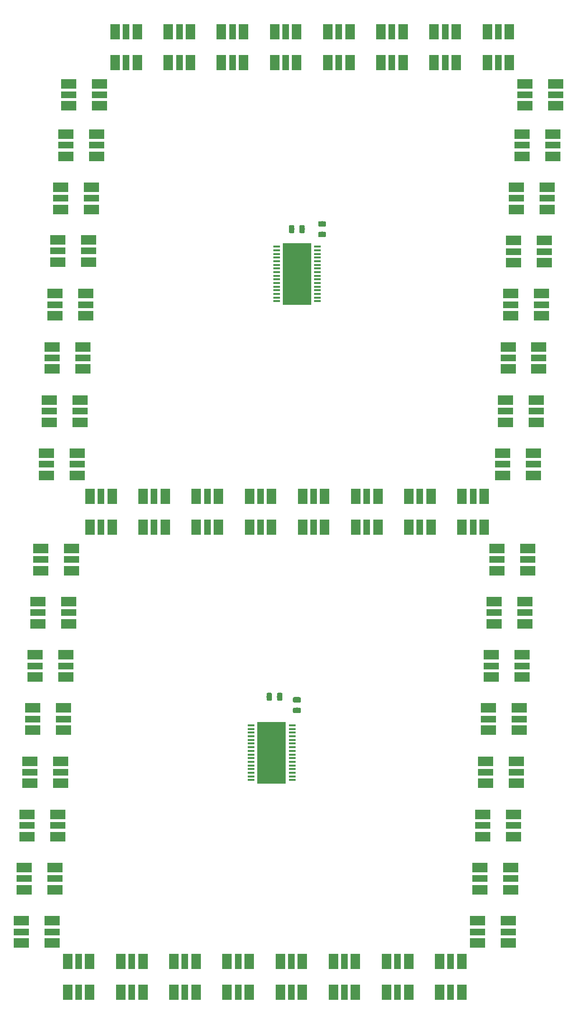
<source format=gbr>
G04 #@! TF.GenerationSoftware,KiCad,Pcbnew,(5.1.2)-1*
G04 #@! TF.CreationDate,2019-09-02T13:58:39+02:00*
G04 #@! TF.ProjectId,gross-kursiv2b,67726f73-732d-46b7-9572-73697632622e,rev?*
G04 #@! TF.SameCoordinates,Original*
G04 #@! TF.FileFunction,Copper,L1,Top*
G04 #@! TF.FilePolarity,Positive*
%FSLAX46Y46*%
G04 Gerber Fmt 4.6, Leading zero omitted, Abs format (unit mm)*
G04 Created by KiCad (PCBNEW (5.1.2)-1) date 2019-09-02 13:58:39*
%MOMM*%
%LPD*%
G04 APERTURE LIST*
%ADD10C,0.100000*%
%ADD11C,0.975000*%
%ADD12R,1.200000X0.400000*%
%ADD13R,5.200000X11.000000*%
%ADD14C,0.600000*%
%ADD15R,1.700000X2.700000*%
%ADD16R,1.300000X2.700000*%
%ADD17R,2.700000X1.700000*%
%ADD18R,2.700000X1.300000*%
G04 APERTURE END LIST*
D10*
G36*
X90980142Y-54951174D02*
G01*
X91003803Y-54954684D01*
X91027007Y-54960496D01*
X91049529Y-54968554D01*
X91071153Y-54978782D01*
X91091670Y-54991079D01*
X91110883Y-55005329D01*
X91128607Y-55021393D01*
X91144671Y-55039117D01*
X91158921Y-55058330D01*
X91171218Y-55078847D01*
X91181446Y-55100471D01*
X91189504Y-55122993D01*
X91195316Y-55146197D01*
X91198826Y-55169858D01*
X91200000Y-55193750D01*
X91200000Y-55681250D01*
X91198826Y-55705142D01*
X91195316Y-55728803D01*
X91189504Y-55752007D01*
X91181446Y-55774529D01*
X91171218Y-55796153D01*
X91158921Y-55816670D01*
X91144671Y-55835883D01*
X91128607Y-55853607D01*
X91110883Y-55869671D01*
X91091670Y-55883921D01*
X91071153Y-55896218D01*
X91049529Y-55906446D01*
X91027007Y-55914504D01*
X91003803Y-55920316D01*
X90980142Y-55923826D01*
X90956250Y-55925000D01*
X90043750Y-55925000D01*
X90019858Y-55923826D01*
X89996197Y-55920316D01*
X89972993Y-55914504D01*
X89950471Y-55906446D01*
X89928847Y-55896218D01*
X89908330Y-55883921D01*
X89889117Y-55869671D01*
X89871393Y-55853607D01*
X89855329Y-55835883D01*
X89841079Y-55816670D01*
X89828782Y-55796153D01*
X89818554Y-55774529D01*
X89810496Y-55752007D01*
X89804684Y-55728803D01*
X89801174Y-55705142D01*
X89800000Y-55681250D01*
X89800000Y-55193750D01*
X89801174Y-55169858D01*
X89804684Y-55146197D01*
X89810496Y-55122993D01*
X89818554Y-55100471D01*
X89828782Y-55078847D01*
X89841079Y-55058330D01*
X89855329Y-55039117D01*
X89871393Y-55021393D01*
X89889117Y-55005329D01*
X89908330Y-54991079D01*
X89928847Y-54978782D01*
X89950471Y-54968554D01*
X89972993Y-54960496D01*
X89996197Y-54954684D01*
X90019858Y-54951174D01*
X90043750Y-54950000D01*
X90956250Y-54950000D01*
X90980142Y-54951174D01*
X90980142Y-54951174D01*
G37*
D11*
X90500000Y-55437500D03*
D10*
G36*
X90980142Y-53076174D02*
G01*
X91003803Y-53079684D01*
X91027007Y-53085496D01*
X91049529Y-53093554D01*
X91071153Y-53103782D01*
X91091670Y-53116079D01*
X91110883Y-53130329D01*
X91128607Y-53146393D01*
X91144671Y-53164117D01*
X91158921Y-53183330D01*
X91171218Y-53203847D01*
X91181446Y-53225471D01*
X91189504Y-53247993D01*
X91195316Y-53271197D01*
X91198826Y-53294858D01*
X91200000Y-53318750D01*
X91200000Y-53806250D01*
X91198826Y-53830142D01*
X91195316Y-53853803D01*
X91189504Y-53877007D01*
X91181446Y-53899529D01*
X91171218Y-53921153D01*
X91158921Y-53941670D01*
X91144671Y-53960883D01*
X91128607Y-53978607D01*
X91110883Y-53994671D01*
X91091670Y-54008921D01*
X91071153Y-54021218D01*
X91049529Y-54031446D01*
X91027007Y-54039504D01*
X91003803Y-54045316D01*
X90980142Y-54048826D01*
X90956250Y-54050000D01*
X90043750Y-54050000D01*
X90019858Y-54048826D01*
X89996197Y-54045316D01*
X89972993Y-54039504D01*
X89950471Y-54031446D01*
X89928847Y-54021218D01*
X89908330Y-54008921D01*
X89889117Y-53994671D01*
X89871393Y-53978607D01*
X89855329Y-53960883D01*
X89841079Y-53941670D01*
X89828782Y-53921153D01*
X89818554Y-53899529D01*
X89810496Y-53877007D01*
X89804684Y-53853803D01*
X89801174Y-53830142D01*
X89800000Y-53806250D01*
X89800000Y-53318750D01*
X89801174Y-53294858D01*
X89804684Y-53271197D01*
X89810496Y-53247993D01*
X89818554Y-53225471D01*
X89828782Y-53203847D01*
X89841079Y-53183330D01*
X89855329Y-53164117D01*
X89871393Y-53146393D01*
X89889117Y-53130329D01*
X89908330Y-53116079D01*
X89928847Y-53103782D01*
X89950471Y-53093554D01*
X89972993Y-53085496D01*
X89996197Y-53079684D01*
X90019858Y-53076174D01*
X90043750Y-53075000D01*
X90956250Y-53075000D01*
X90980142Y-53076174D01*
X90980142Y-53076174D01*
G37*
D11*
X90500000Y-53562500D03*
D10*
G36*
X86480142Y-138076174D02*
G01*
X86503803Y-138079684D01*
X86527007Y-138085496D01*
X86549529Y-138093554D01*
X86571153Y-138103782D01*
X86591670Y-138116079D01*
X86610883Y-138130329D01*
X86628607Y-138146393D01*
X86644671Y-138164117D01*
X86658921Y-138183330D01*
X86671218Y-138203847D01*
X86681446Y-138225471D01*
X86689504Y-138247993D01*
X86695316Y-138271197D01*
X86698826Y-138294858D01*
X86700000Y-138318750D01*
X86700000Y-138806250D01*
X86698826Y-138830142D01*
X86695316Y-138853803D01*
X86689504Y-138877007D01*
X86681446Y-138899529D01*
X86671218Y-138921153D01*
X86658921Y-138941670D01*
X86644671Y-138960883D01*
X86628607Y-138978607D01*
X86610883Y-138994671D01*
X86591670Y-139008921D01*
X86571153Y-139021218D01*
X86549529Y-139031446D01*
X86527007Y-139039504D01*
X86503803Y-139045316D01*
X86480142Y-139048826D01*
X86456250Y-139050000D01*
X85543750Y-139050000D01*
X85519858Y-139048826D01*
X85496197Y-139045316D01*
X85472993Y-139039504D01*
X85450471Y-139031446D01*
X85428847Y-139021218D01*
X85408330Y-139008921D01*
X85389117Y-138994671D01*
X85371393Y-138978607D01*
X85355329Y-138960883D01*
X85341079Y-138941670D01*
X85328782Y-138921153D01*
X85318554Y-138899529D01*
X85310496Y-138877007D01*
X85304684Y-138853803D01*
X85301174Y-138830142D01*
X85300000Y-138806250D01*
X85300000Y-138318750D01*
X85301174Y-138294858D01*
X85304684Y-138271197D01*
X85310496Y-138247993D01*
X85318554Y-138225471D01*
X85328782Y-138203847D01*
X85341079Y-138183330D01*
X85355329Y-138164117D01*
X85371393Y-138146393D01*
X85389117Y-138130329D01*
X85408330Y-138116079D01*
X85428847Y-138103782D01*
X85450471Y-138093554D01*
X85472993Y-138085496D01*
X85496197Y-138079684D01*
X85519858Y-138076174D01*
X85543750Y-138075000D01*
X86456250Y-138075000D01*
X86480142Y-138076174D01*
X86480142Y-138076174D01*
G37*
D11*
X86000000Y-138562500D03*
D10*
G36*
X86480142Y-139951174D02*
G01*
X86503803Y-139954684D01*
X86527007Y-139960496D01*
X86549529Y-139968554D01*
X86571153Y-139978782D01*
X86591670Y-139991079D01*
X86610883Y-140005329D01*
X86628607Y-140021393D01*
X86644671Y-140039117D01*
X86658921Y-140058330D01*
X86671218Y-140078847D01*
X86681446Y-140100471D01*
X86689504Y-140122993D01*
X86695316Y-140146197D01*
X86698826Y-140169858D01*
X86700000Y-140193750D01*
X86700000Y-140681250D01*
X86698826Y-140705142D01*
X86695316Y-140728803D01*
X86689504Y-140752007D01*
X86681446Y-140774529D01*
X86671218Y-140796153D01*
X86658921Y-140816670D01*
X86644671Y-140835883D01*
X86628607Y-140853607D01*
X86610883Y-140869671D01*
X86591670Y-140883921D01*
X86571153Y-140896218D01*
X86549529Y-140906446D01*
X86527007Y-140914504D01*
X86503803Y-140920316D01*
X86480142Y-140923826D01*
X86456250Y-140925000D01*
X85543750Y-140925000D01*
X85519858Y-140923826D01*
X85496197Y-140920316D01*
X85472993Y-140914504D01*
X85450471Y-140906446D01*
X85428847Y-140896218D01*
X85408330Y-140883921D01*
X85389117Y-140869671D01*
X85371393Y-140853607D01*
X85355329Y-140835883D01*
X85341079Y-140816670D01*
X85328782Y-140796153D01*
X85318554Y-140774529D01*
X85310496Y-140752007D01*
X85304684Y-140728803D01*
X85301174Y-140705142D01*
X85300000Y-140681250D01*
X85300000Y-140193750D01*
X85301174Y-140169858D01*
X85304684Y-140146197D01*
X85310496Y-140122993D01*
X85318554Y-140100471D01*
X85328782Y-140078847D01*
X85341079Y-140058330D01*
X85355329Y-140039117D01*
X85371393Y-140021393D01*
X85389117Y-140005329D01*
X85408330Y-139991079D01*
X85428847Y-139978782D01*
X85450471Y-139968554D01*
X85472993Y-139960496D01*
X85496197Y-139954684D01*
X85519858Y-139951174D01*
X85543750Y-139950000D01*
X86456250Y-139950000D01*
X86480142Y-139951174D01*
X86480142Y-139951174D01*
G37*
D11*
X86000000Y-140437500D03*
D12*
X82350000Y-57625000D03*
X82350000Y-58275000D03*
X82350000Y-58925000D03*
X82350000Y-59575000D03*
X82350000Y-60225000D03*
X82350000Y-60875000D03*
X82350000Y-61525000D03*
X82350000Y-62175000D03*
X82350000Y-62825000D03*
X82350000Y-63475000D03*
X82350000Y-64125000D03*
X82350000Y-64775000D03*
X82350000Y-65425000D03*
X82350000Y-66075000D03*
X82350000Y-66725000D03*
X82350000Y-67375000D03*
X89650000Y-67375000D03*
X89650000Y-66725000D03*
X89650000Y-66075000D03*
X89650000Y-65425000D03*
X89650000Y-64775000D03*
X89650000Y-64125000D03*
X89650000Y-63475000D03*
X89650000Y-62825000D03*
X89650000Y-62175000D03*
X89650000Y-61525000D03*
X89650000Y-60875000D03*
X89650000Y-60225000D03*
X89650000Y-59575000D03*
X89650000Y-58925000D03*
X89650000Y-58275000D03*
X89650000Y-57625000D03*
D13*
X86000000Y-62500000D03*
D14*
X83750000Y-57300000D03*
X85250000Y-57300000D03*
X86750000Y-57300000D03*
X88250000Y-57300000D03*
X83750000Y-58600000D03*
X85250000Y-58600000D03*
X86750000Y-58600000D03*
X88250000Y-58600000D03*
X88250000Y-59900000D03*
X83750000Y-61200000D03*
X88250000Y-61200000D03*
X85250000Y-61200000D03*
X83750000Y-59900000D03*
X85250000Y-59900000D03*
X86750000Y-59900000D03*
X86750000Y-61200000D03*
X88250000Y-62500000D03*
X83750000Y-63800000D03*
X88250000Y-63800000D03*
X85250000Y-63800000D03*
X83750000Y-62500000D03*
X85250000Y-62500000D03*
X86750000Y-62500000D03*
X86750000Y-63800000D03*
X88250000Y-65100000D03*
X83750000Y-66400000D03*
X88250000Y-66400000D03*
X85250000Y-66400000D03*
X83750000Y-65100000D03*
X85250000Y-65100000D03*
X86750000Y-65100000D03*
X86750000Y-66400000D03*
X85250000Y-67700000D03*
X83750000Y-67700000D03*
X88250000Y-67700000D03*
X86750000Y-67700000D03*
X82250000Y-153200000D03*
X83750000Y-153200000D03*
X79250000Y-153200000D03*
X80750000Y-153200000D03*
X82250000Y-151900000D03*
X82250000Y-150600000D03*
X80750000Y-150600000D03*
X79250000Y-150600000D03*
X80750000Y-151900000D03*
X83750000Y-151900000D03*
X79250000Y-151900000D03*
X83750000Y-150600000D03*
X82250000Y-149300000D03*
X82250000Y-148000000D03*
X80750000Y-148000000D03*
X79250000Y-148000000D03*
X80750000Y-149300000D03*
X83750000Y-149300000D03*
X79250000Y-149300000D03*
X83750000Y-148000000D03*
X82250000Y-146700000D03*
X82250000Y-145400000D03*
X80750000Y-145400000D03*
X79250000Y-145400000D03*
X80750000Y-146700000D03*
X83750000Y-146700000D03*
X79250000Y-146700000D03*
X83750000Y-145400000D03*
X83750000Y-144100000D03*
X82250000Y-144100000D03*
X80750000Y-144100000D03*
X79250000Y-144100000D03*
X83750000Y-142800000D03*
X82250000Y-142800000D03*
X80750000Y-142800000D03*
X79250000Y-142800000D03*
D13*
X81500000Y-148000000D03*
D12*
X85150000Y-143125000D03*
X85150000Y-143775000D03*
X85150000Y-144425000D03*
X85150000Y-145075000D03*
X85150000Y-145725000D03*
X85150000Y-146375000D03*
X85150000Y-147025000D03*
X85150000Y-147675000D03*
X85150000Y-148325000D03*
X85150000Y-148975000D03*
X85150000Y-149625000D03*
X85150000Y-150275000D03*
X85150000Y-150925000D03*
X85150000Y-151575000D03*
X85150000Y-152225000D03*
X85150000Y-152875000D03*
X77850000Y-152875000D03*
X77850000Y-152225000D03*
X77850000Y-151575000D03*
X77850000Y-150925000D03*
X77850000Y-150275000D03*
X77850000Y-149625000D03*
X77850000Y-148975000D03*
X77850000Y-148325000D03*
X77850000Y-147675000D03*
X77850000Y-147025000D03*
X77850000Y-146375000D03*
X77850000Y-145725000D03*
X77850000Y-145075000D03*
X77850000Y-144425000D03*
X77850000Y-143775000D03*
X77850000Y-143125000D03*
D10*
G36*
X81330142Y-137301174D02*
G01*
X81353803Y-137304684D01*
X81377007Y-137310496D01*
X81399529Y-137318554D01*
X81421153Y-137328782D01*
X81441670Y-137341079D01*
X81460883Y-137355329D01*
X81478607Y-137371393D01*
X81494671Y-137389117D01*
X81508921Y-137408330D01*
X81521218Y-137428847D01*
X81531446Y-137450471D01*
X81539504Y-137472993D01*
X81545316Y-137496197D01*
X81548826Y-137519858D01*
X81550000Y-137543750D01*
X81550000Y-138456250D01*
X81548826Y-138480142D01*
X81545316Y-138503803D01*
X81539504Y-138527007D01*
X81531446Y-138549529D01*
X81521218Y-138571153D01*
X81508921Y-138591670D01*
X81494671Y-138610883D01*
X81478607Y-138628607D01*
X81460883Y-138644671D01*
X81441670Y-138658921D01*
X81421153Y-138671218D01*
X81399529Y-138681446D01*
X81377007Y-138689504D01*
X81353803Y-138695316D01*
X81330142Y-138698826D01*
X81306250Y-138700000D01*
X80818750Y-138700000D01*
X80794858Y-138698826D01*
X80771197Y-138695316D01*
X80747993Y-138689504D01*
X80725471Y-138681446D01*
X80703847Y-138671218D01*
X80683330Y-138658921D01*
X80664117Y-138644671D01*
X80646393Y-138628607D01*
X80630329Y-138610883D01*
X80616079Y-138591670D01*
X80603782Y-138571153D01*
X80593554Y-138549529D01*
X80585496Y-138527007D01*
X80579684Y-138503803D01*
X80576174Y-138480142D01*
X80575000Y-138456250D01*
X80575000Y-137543750D01*
X80576174Y-137519858D01*
X80579684Y-137496197D01*
X80585496Y-137472993D01*
X80593554Y-137450471D01*
X80603782Y-137428847D01*
X80616079Y-137408330D01*
X80630329Y-137389117D01*
X80646393Y-137371393D01*
X80664117Y-137355329D01*
X80683330Y-137341079D01*
X80703847Y-137328782D01*
X80725471Y-137318554D01*
X80747993Y-137310496D01*
X80771197Y-137304684D01*
X80794858Y-137301174D01*
X80818750Y-137300000D01*
X81306250Y-137300000D01*
X81330142Y-137301174D01*
X81330142Y-137301174D01*
G37*
D11*
X81062500Y-138000000D03*
D10*
G36*
X83205142Y-137301174D02*
G01*
X83228803Y-137304684D01*
X83252007Y-137310496D01*
X83274529Y-137318554D01*
X83296153Y-137328782D01*
X83316670Y-137341079D01*
X83335883Y-137355329D01*
X83353607Y-137371393D01*
X83369671Y-137389117D01*
X83383921Y-137408330D01*
X83396218Y-137428847D01*
X83406446Y-137450471D01*
X83414504Y-137472993D01*
X83420316Y-137496197D01*
X83423826Y-137519858D01*
X83425000Y-137543750D01*
X83425000Y-138456250D01*
X83423826Y-138480142D01*
X83420316Y-138503803D01*
X83414504Y-138527007D01*
X83406446Y-138549529D01*
X83396218Y-138571153D01*
X83383921Y-138591670D01*
X83369671Y-138610883D01*
X83353607Y-138628607D01*
X83335883Y-138644671D01*
X83316670Y-138658921D01*
X83296153Y-138671218D01*
X83274529Y-138681446D01*
X83252007Y-138689504D01*
X83228803Y-138695316D01*
X83205142Y-138698826D01*
X83181250Y-138700000D01*
X82693750Y-138700000D01*
X82669858Y-138698826D01*
X82646197Y-138695316D01*
X82622993Y-138689504D01*
X82600471Y-138681446D01*
X82578847Y-138671218D01*
X82558330Y-138658921D01*
X82539117Y-138644671D01*
X82521393Y-138628607D01*
X82505329Y-138610883D01*
X82491079Y-138591670D01*
X82478782Y-138571153D01*
X82468554Y-138549529D01*
X82460496Y-138527007D01*
X82454684Y-138503803D01*
X82451174Y-138480142D01*
X82450000Y-138456250D01*
X82450000Y-137543750D01*
X82451174Y-137519858D01*
X82454684Y-137496197D01*
X82460496Y-137472993D01*
X82468554Y-137450471D01*
X82478782Y-137428847D01*
X82491079Y-137408330D01*
X82505329Y-137389117D01*
X82521393Y-137371393D01*
X82539117Y-137355329D01*
X82558330Y-137341079D01*
X82578847Y-137328782D01*
X82600471Y-137318554D01*
X82622993Y-137310496D01*
X82646197Y-137304684D01*
X82669858Y-137301174D01*
X82693750Y-137300000D01*
X83181250Y-137300000D01*
X83205142Y-137301174D01*
X83205142Y-137301174D01*
G37*
D11*
X82937500Y-138000000D03*
D10*
G36*
X87205142Y-53801174D02*
G01*
X87228803Y-53804684D01*
X87252007Y-53810496D01*
X87274529Y-53818554D01*
X87296153Y-53828782D01*
X87316670Y-53841079D01*
X87335883Y-53855329D01*
X87353607Y-53871393D01*
X87369671Y-53889117D01*
X87383921Y-53908330D01*
X87396218Y-53928847D01*
X87406446Y-53950471D01*
X87414504Y-53972993D01*
X87420316Y-53996197D01*
X87423826Y-54019858D01*
X87425000Y-54043750D01*
X87425000Y-54956250D01*
X87423826Y-54980142D01*
X87420316Y-55003803D01*
X87414504Y-55027007D01*
X87406446Y-55049529D01*
X87396218Y-55071153D01*
X87383921Y-55091670D01*
X87369671Y-55110883D01*
X87353607Y-55128607D01*
X87335883Y-55144671D01*
X87316670Y-55158921D01*
X87296153Y-55171218D01*
X87274529Y-55181446D01*
X87252007Y-55189504D01*
X87228803Y-55195316D01*
X87205142Y-55198826D01*
X87181250Y-55200000D01*
X86693750Y-55200000D01*
X86669858Y-55198826D01*
X86646197Y-55195316D01*
X86622993Y-55189504D01*
X86600471Y-55181446D01*
X86578847Y-55171218D01*
X86558330Y-55158921D01*
X86539117Y-55144671D01*
X86521393Y-55128607D01*
X86505329Y-55110883D01*
X86491079Y-55091670D01*
X86478782Y-55071153D01*
X86468554Y-55049529D01*
X86460496Y-55027007D01*
X86454684Y-55003803D01*
X86451174Y-54980142D01*
X86450000Y-54956250D01*
X86450000Y-54043750D01*
X86451174Y-54019858D01*
X86454684Y-53996197D01*
X86460496Y-53972993D01*
X86468554Y-53950471D01*
X86478782Y-53928847D01*
X86491079Y-53908330D01*
X86505329Y-53889117D01*
X86521393Y-53871393D01*
X86539117Y-53855329D01*
X86558330Y-53841079D01*
X86578847Y-53828782D01*
X86600471Y-53818554D01*
X86622993Y-53810496D01*
X86646197Y-53804684D01*
X86669858Y-53801174D01*
X86693750Y-53800000D01*
X87181250Y-53800000D01*
X87205142Y-53801174D01*
X87205142Y-53801174D01*
G37*
D11*
X86937500Y-54500000D03*
D10*
G36*
X85330142Y-53801174D02*
G01*
X85353803Y-53804684D01*
X85377007Y-53810496D01*
X85399529Y-53818554D01*
X85421153Y-53828782D01*
X85441670Y-53841079D01*
X85460883Y-53855329D01*
X85478607Y-53871393D01*
X85494671Y-53889117D01*
X85508921Y-53908330D01*
X85521218Y-53928847D01*
X85531446Y-53950471D01*
X85539504Y-53972993D01*
X85545316Y-53996197D01*
X85548826Y-54019858D01*
X85550000Y-54043750D01*
X85550000Y-54956250D01*
X85548826Y-54980142D01*
X85545316Y-55003803D01*
X85539504Y-55027007D01*
X85531446Y-55049529D01*
X85521218Y-55071153D01*
X85508921Y-55091670D01*
X85494671Y-55110883D01*
X85478607Y-55128607D01*
X85460883Y-55144671D01*
X85441670Y-55158921D01*
X85421153Y-55171218D01*
X85399529Y-55181446D01*
X85377007Y-55189504D01*
X85353803Y-55195316D01*
X85330142Y-55198826D01*
X85306250Y-55200000D01*
X84818750Y-55200000D01*
X84794858Y-55198826D01*
X84771197Y-55195316D01*
X84747993Y-55189504D01*
X84725471Y-55181446D01*
X84703847Y-55171218D01*
X84683330Y-55158921D01*
X84664117Y-55144671D01*
X84646393Y-55128607D01*
X84630329Y-55110883D01*
X84616079Y-55091670D01*
X84603782Y-55071153D01*
X84593554Y-55049529D01*
X84585496Y-55027007D01*
X84579684Y-55003803D01*
X84576174Y-54980142D01*
X84575000Y-54956250D01*
X84575000Y-54043750D01*
X84576174Y-54019858D01*
X84579684Y-53996197D01*
X84585496Y-53972993D01*
X84593554Y-53950471D01*
X84603782Y-53928847D01*
X84616079Y-53908330D01*
X84630329Y-53889117D01*
X84646393Y-53871393D01*
X84664117Y-53855329D01*
X84683330Y-53841079D01*
X84703847Y-53828782D01*
X84725471Y-53818554D01*
X84747993Y-53810496D01*
X84771197Y-53804684D01*
X84794858Y-53801174D01*
X84818750Y-53800000D01*
X85306250Y-53800000D01*
X85330142Y-53801174D01*
X85330142Y-53801174D01*
G37*
D11*
X85062500Y-54500000D03*
D15*
X85975000Y-19250000D03*
D16*
X84000000Y-19250000D03*
D15*
X82025000Y-19250000D03*
X82025000Y-24750000D03*
D16*
X84000000Y-24750000D03*
D15*
X85975000Y-24750000D03*
X72525000Y-24750000D03*
D16*
X74500000Y-24750000D03*
D15*
X76475000Y-24750000D03*
X76475000Y-19250000D03*
D16*
X74500000Y-19250000D03*
D15*
X72525000Y-19250000D03*
X66975000Y-19250000D03*
D16*
X65000000Y-19250000D03*
D15*
X63025000Y-19250000D03*
X63025000Y-24750000D03*
D16*
X65000000Y-24750000D03*
D15*
X66975000Y-24750000D03*
X53525000Y-24750000D03*
D16*
X55500000Y-24750000D03*
D15*
X57475000Y-24750000D03*
X57475000Y-19250000D03*
D16*
X55500000Y-19250000D03*
D15*
X53525000Y-19250000D03*
D17*
X44250000Y-143975000D03*
D18*
X44250000Y-142000000D03*
D17*
X44250000Y-140025000D03*
X38750000Y-140025000D03*
D18*
X38750000Y-142000000D03*
D17*
X38750000Y-143975000D03*
X39250000Y-130525000D03*
D18*
X39250000Y-132500000D03*
D17*
X39250000Y-134475000D03*
X44750000Y-134475000D03*
D18*
X44750000Y-132500000D03*
D17*
X44750000Y-130525000D03*
X45250000Y-124975000D03*
D18*
X45250000Y-123000000D03*
D17*
X45250000Y-121025000D03*
X39750000Y-121025000D03*
D18*
X39750000Y-123000000D03*
D17*
X39750000Y-124975000D03*
X40250000Y-111525000D03*
D18*
X40250000Y-113500000D03*
D17*
X40250000Y-115475000D03*
X45750000Y-115475000D03*
D18*
X45750000Y-113500000D03*
D17*
X45750000Y-111525000D03*
X48750000Y-60375000D03*
D18*
X48750000Y-58400000D03*
D17*
X48750000Y-56425000D03*
X43250000Y-56425000D03*
D18*
X43250000Y-58400000D03*
D17*
X43250000Y-60375000D03*
X43750000Y-47025000D03*
D18*
X43750000Y-49000000D03*
D17*
X43750000Y-50975000D03*
X49250000Y-50975000D03*
D18*
X49250000Y-49000000D03*
D17*
X49250000Y-47025000D03*
X50250000Y-41475000D03*
D18*
X50250000Y-39500000D03*
D17*
X50250000Y-37525000D03*
X44750000Y-37525000D03*
D18*
X44750000Y-39500000D03*
D17*
X44750000Y-41475000D03*
X45250000Y-28525000D03*
D18*
X45250000Y-30500000D03*
D17*
X45250000Y-32475000D03*
X50750000Y-32475000D03*
D18*
X50750000Y-30500000D03*
D17*
X50750000Y-28525000D03*
X38250000Y-149525000D03*
D18*
X38250000Y-151500000D03*
D17*
X38250000Y-153475000D03*
X43750000Y-153475000D03*
D18*
X43750000Y-151500000D03*
D17*
X43750000Y-149525000D03*
X43250000Y-162975000D03*
D18*
X43250000Y-161000000D03*
D17*
X43250000Y-159025000D03*
X37750000Y-159025000D03*
D18*
X37750000Y-161000000D03*
D17*
X37750000Y-162975000D03*
X37250000Y-168525000D03*
D18*
X37250000Y-170500000D03*
D17*
X37250000Y-172475000D03*
X42750000Y-172475000D03*
D18*
X42750000Y-170500000D03*
D17*
X42750000Y-168525000D03*
X42250000Y-181975000D03*
D18*
X42250000Y-180000000D03*
D17*
X42250000Y-178025000D03*
X36750000Y-178025000D03*
D18*
X36750000Y-180000000D03*
D17*
X36750000Y-181975000D03*
X48250000Y-69975000D03*
D18*
X48250000Y-68000000D03*
D17*
X48250000Y-66025000D03*
X42750000Y-66025000D03*
D18*
X42750000Y-68000000D03*
D17*
X42750000Y-69975000D03*
X42250000Y-75525000D03*
D18*
X42250000Y-77500000D03*
D17*
X42250000Y-79475000D03*
X47750000Y-79475000D03*
D18*
X47750000Y-77500000D03*
D17*
X47750000Y-75525000D03*
X47250000Y-88975000D03*
D18*
X47250000Y-87000000D03*
D17*
X47250000Y-85025000D03*
X41750000Y-85025000D03*
D18*
X41750000Y-87000000D03*
D17*
X41750000Y-88975000D03*
X41250000Y-94525000D03*
D18*
X41250000Y-96500000D03*
D17*
X41250000Y-98475000D03*
X46750000Y-98475000D03*
D18*
X46750000Y-96500000D03*
D17*
X46750000Y-94525000D03*
D15*
X77475000Y-185250000D03*
D16*
X75500000Y-185250000D03*
D15*
X73525000Y-185250000D03*
X73525000Y-190750000D03*
D16*
X75500000Y-190750000D03*
D15*
X77475000Y-190750000D03*
X64025000Y-190750000D03*
D16*
X66000000Y-190750000D03*
D15*
X67975000Y-190750000D03*
X67975000Y-185250000D03*
D16*
X66000000Y-185250000D03*
D15*
X64025000Y-185250000D03*
X58475000Y-185250000D03*
D16*
X56500000Y-185250000D03*
D15*
X54525000Y-185250000D03*
X54525000Y-190750000D03*
D16*
X56500000Y-190750000D03*
D15*
X58475000Y-190750000D03*
X45025000Y-190750000D03*
D16*
X47000000Y-190750000D03*
D15*
X48975000Y-190750000D03*
X48975000Y-185250000D03*
D16*
X47000000Y-185250000D03*
D15*
X45025000Y-185250000D03*
X81475000Y-102250000D03*
D16*
X79500000Y-102250000D03*
D15*
X77525000Y-102250000D03*
X77525000Y-107750000D03*
D16*
X79500000Y-107750000D03*
D15*
X81475000Y-107750000D03*
X68025000Y-107750000D03*
D16*
X70000000Y-107750000D03*
D15*
X71975000Y-107750000D03*
X71975000Y-102250000D03*
D16*
X70000000Y-102250000D03*
D15*
X68025000Y-102250000D03*
X62475000Y-102250000D03*
D16*
X60500000Y-102250000D03*
D15*
X58525000Y-102250000D03*
X58525000Y-107750000D03*
D16*
X60500000Y-107750000D03*
D15*
X62475000Y-107750000D03*
X49025000Y-107750000D03*
D16*
X51000000Y-107750000D03*
D15*
X52975000Y-107750000D03*
X52975000Y-102250000D03*
D16*
X51000000Y-102250000D03*
D15*
X49025000Y-102250000D03*
X83025000Y-190750000D03*
D16*
X85000000Y-190750000D03*
D15*
X86975000Y-190750000D03*
X86975000Y-185250000D03*
D16*
X85000000Y-185250000D03*
D15*
X83025000Y-185250000D03*
X96475000Y-185250000D03*
D16*
X94500000Y-185250000D03*
D15*
X92525000Y-185250000D03*
X92525000Y-190750000D03*
D16*
X94500000Y-190750000D03*
D15*
X96475000Y-190750000D03*
X102025000Y-190750000D03*
D16*
X104000000Y-190750000D03*
D15*
X105975000Y-190750000D03*
X105975000Y-185250000D03*
D16*
X104000000Y-185250000D03*
D15*
X102025000Y-185250000D03*
X115475000Y-185250000D03*
D16*
X113500000Y-185250000D03*
D15*
X111525000Y-185250000D03*
X111525000Y-190750000D03*
D16*
X113500000Y-190750000D03*
D15*
X115475000Y-190750000D03*
X87025000Y-107750000D03*
D16*
X89000000Y-107750000D03*
D15*
X90975000Y-107750000D03*
X90975000Y-102250000D03*
D16*
X89000000Y-102250000D03*
D15*
X87025000Y-102250000D03*
X100475000Y-102250000D03*
D16*
X98500000Y-102250000D03*
D15*
X96525000Y-102250000D03*
X96525000Y-107750000D03*
D16*
X98500000Y-107750000D03*
D15*
X100475000Y-107750000D03*
X106025000Y-107750000D03*
D16*
X108000000Y-107750000D03*
D15*
X109975000Y-107750000D03*
X109975000Y-102250000D03*
D16*
X108000000Y-102250000D03*
D15*
X106025000Y-102250000D03*
X119475000Y-102250000D03*
D16*
X117500000Y-102250000D03*
D15*
X115525000Y-102250000D03*
X115525000Y-107750000D03*
D16*
X117500000Y-107750000D03*
D15*
X119475000Y-107750000D03*
D17*
X119750000Y-149525000D03*
D18*
X119750000Y-151500000D03*
D17*
X119750000Y-153475000D03*
X125250000Y-153475000D03*
D18*
X125250000Y-151500000D03*
D17*
X125250000Y-149525000D03*
X124750000Y-162975000D03*
D18*
X124750000Y-161000000D03*
D17*
X124750000Y-159025000D03*
X119250000Y-159025000D03*
D18*
X119250000Y-161000000D03*
D17*
X119250000Y-162975000D03*
X118750000Y-168525000D03*
D18*
X118750000Y-170500000D03*
D17*
X118750000Y-172475000D03*
X124250000Y-172475000D03*
D18*
X124250000Y-170500000D03*
D17*
X124250000Y-168525000D03*
X123750000Y-181975000D03*
D18*
X123750000Y-180000000D03*
D17*
X123750000Y-178025000D03*
X118250000Y-178025000D03*
D18*
X118250000Y-180000000D03*
D17*
X118250000Y-181975000D03*
X124250000Y-66025000D03*
D18*
X124250000Y-68000000D03*
D17*
X124250000Y-69975000D03*
X129750000Y-69975000D03*
D18*
X129750000Y-68000000D03*
D17*
X129750000Y-66025000D03*
X129250000Y-79475000D03*
D18*
X129250000Y-77500000D03*
D17*
X129250000Y-75525000D03*
X123750000Y-75525000D03*
D18*
X123750000Y-77500000D03*
D17*
X123750000Y-79475000D03*
X123250000Y-85025000D03*
D18*
X123250000Y-87000000D03*
D17*
X123250000Y-88975000D03*
X128750000Y-88975000D03*
D18*
X128750000Y-87000000D03*
D17*
X128750000Y-85025000D03*
X128250000Y-98475000D03*
D18*
X128250000Y-96500000D03*
D17*
X128250000Y-94525000D03*
X122750000Y-94525000D03*
D18*
X122750000Y-96500000D03*
D17*
X122750000Y-98475000D03*
X125750000Y-143975000D03*
D18*
X125750000Y-142000000D03*
D17*
X125750000Y-140025000D03*
X120250000Y-140025000D03*
D18*
X120250000Y-142000000D03*
D17*
X120250000Y-143975000D03*
X120750000Y-130525000D03*
D18*
X120750000Y-132500000D03*
D17*
X120750000Y-134475000D03*
X126250000Y-134475000D03*
D18*
X126250000Y-132500000D03*
D17*
X126250000Y-130525000D03*
X126750000Y-124975000D03*
D18*
X126750000Y-123000000D03*
D17*
X126750000Y-121025000D03*
X121250000Y-121025000D03*
D18*
X121250000Y-123000000D03*
D17*
X121250000Y-124975000D03*
X121750000Y-111525000D03*
D18*
X121750000Y-113500000D03*
D17*
X121750000Y-115475000D03*
X127250000Y-115475000D03*
D18*
X127250000Y-113500000D03*
D17*
X127250000Y-111525000D03*
X124750000Y-56525000D03*
D18*
X124750000Y-58500000D03*
D17*
X124750000Y-60475000D03*
X130250000Y-60475000D03*
D18*
X130250000Y-58500000D03*
D17*
X130250000Y-56525000D03*
X130750000Y-50975000D03*
D18*
X130750000Y-49000000D03*
D17*
X130750000Y-47025000D03*
X125250000Y-47025000D03*
D18*
X125250000Y-49000000D03*
D17*
X125250000Y-50975000D03*
X126250000Y-37525000D03*
D18*
X126250000Y-39500000D03*
D17*
X126250000Y-41475000D03*
X131750000Y-41475000D03*
D18*
X131750000Y-39500000D03*
D17*
X131750000Y-37525000D03*
X132250000Y-32475000D03*
D18*
X132250000Y-30500000D03*
D17*
X132250000Y-28525000D03*
X126750000Y-28525000D03*
D18*
X126750000Y-30500000D03*
D17*
X126750000Y-32475000D03*
D15*
X91525000Y-24750000D03*
D16*
X93500000Y-24750000D03*
D15*
X95475000Y-24750000D03*
X95475000Y-19250000D03*
D16*
X93500000Y-19250000D03*
D15*
X91525000Y-19250000D03*
X104975000Y-19250000D03*
D16*
X103000000Y-19250000D03*
D15*
X101025000Y-19250000D03*
X101025000Y-24750000D03*
D16*
X103000000Y-24750000D03*
D15*
X104975000Y-24750000D03*
X110525000Y-24750000D03*
D16*
X112500000Y-24750000D03*
D15*
X114475000Y-24750000D03*
X114475000Y-19250000D03*
D16*
X112500000Y-19250000D03*
D15*
X110525000Y-19250000D03*
X123975000Y-19250000D03*
D16*
X122000000Y-19250000D03*
D15*
X120025000Y-19250000D03*
X120025000Y-24750000D03*
D16*
X122000000Y-24750000D03*
D15*
X123975000Y-24750000D03*
M02*

</source>
